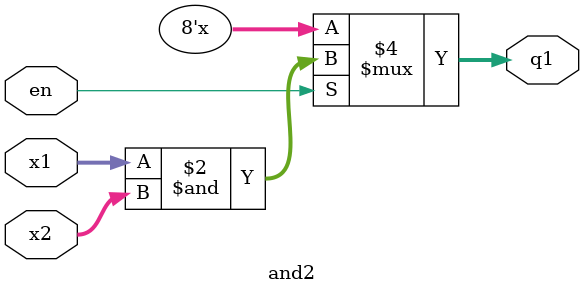
<source format=sv>

`timescale 1ns/100ps

`ifndef AND2
`define AND2 

module and2 #(
    parameter n = 8
)(
  input wire en,
  input logic [n-1:0] x1, x2, 
  output logic [n-1:0] q1      
);
always @* begin
    if (en) begin
        q1 = x1 & x2; 
    end else begin
        q1 = {n{1'bz}}; 
    end
end
endmodule

`endif // AND2

</source>
